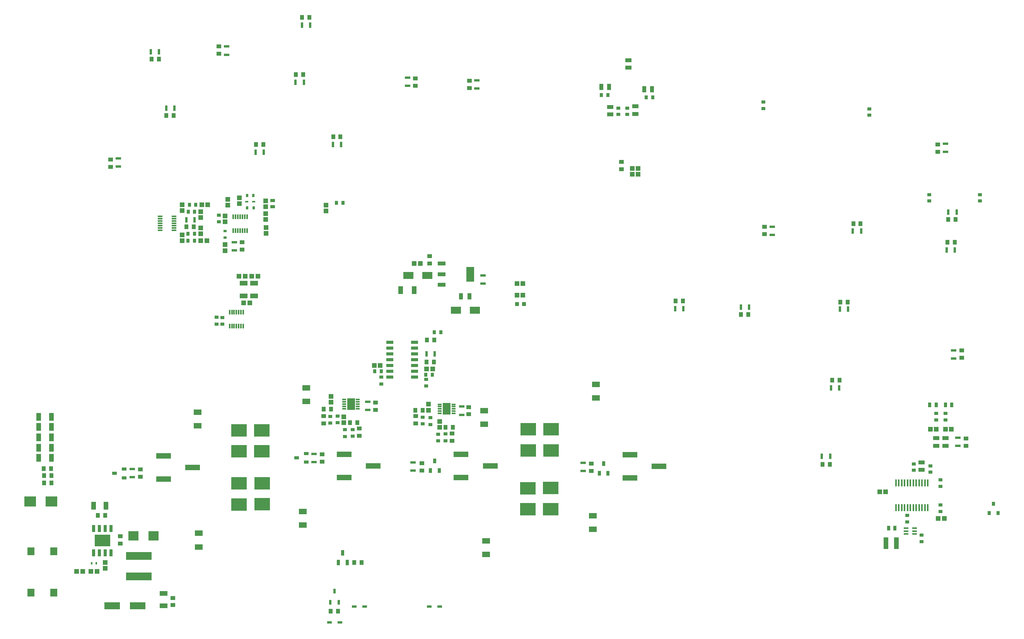
<source format=gbr>
%TF.GenerationSoftware,KiCad,Pcbnew,8.0.8*%
%TF.CreationDate,2025-05-17T22:55:18-04:00*%
%TF.ProjectId,amp board,616d7020-626f-4617-9264-2e6b69636164,rev?*%
%TF.SameCoordinates,Original*%
%TF.FileFunction,Paste,Bot*%
%TF.FilePolarity,Positive*%
%FSLAX46Y46*%
G04 Gerber Fmt 4.6, Leading zero omitted, Abs format (unit mm)*
G04 Created by KiCad (PCBNEW 8.0.8) date 2025-05-17 22:55:18*
%MOMM*%
%LPD*%
G01*
G04 APERTURE LIST*
%ADD10R,0.900000X1.000000*%
%ADD11R,0.650000X1.200000*%
%ADD12R,0.750000X0.940000*%
%ADD13R,1.700000X1.150000*%
%ADD14R,0.940000X0.750000*%
%ADD15R,1.470000X0.970000*%
%ADD16R,3.300000X1.190000*%
%ADD17R,1.000000X0.950000*%
%ADD18R,0.650000X0.900000*%
%ADD19R,0.600000X1.250000*%
%ADD20R,0.450000X0.600000*%
%ADD21R,0.950000X1.000000*%
%ADD22R,1.100000X1.000000*%
%ADD23R,0.600000X1.000000*%
%ADD24R,0.900000X0.650000*%
%ADD25R,0.600000X0.700000*%
%ADD26R,1.000000X1.100000*%
%ADD27R,0.650000X1.100000*%
%ADD28R,1.250000X0.600000*%
%ADD29R,0.950000X1.400000*%
%ADD30R,1.000000X0.900000*%
%ADD31R,2.250000X1.600000*%
%ADD32R,0.700000X0.600000*%
%ADD33R,3.350000X2.700000*%
%ADD34R,1.070000X1.820000*%
%ADD35R,0.800000X0.900000*%
%ADD36R,0.700000X1.650000*%
%ADD37R,3.500000X2.600000*%
%ADD38R,1.820000X1.070000*%
%ADD39R,0.300000X1.075000*%
%ADD40R,1.100000X0.650000*%
%ADD41R,5.700000X1.700000*%
%ADD42R,0.950000X0.950000*%
%ADD43R,0.850000X0.300000*%
%ADD44R,1.750000X2.500000*%
%ADD45R,0.435000X1.500000*%
%ADD46R,0.970000X1.470000*%
%ADD47R,1.750000X0.950000*%
%ADD48R,1.750000X3.200000*%
%ADD49R,1.015000X2.540000*%
%ADD50R,0.780000X0.980000*%
%ADD51R,3.500000X1.600000*%
%ADD52R,2.200000X2.150000*%
%ADD53R,0.675000X1.000000*%
%ADD54R,1.075000X0.300000*%
%ADD55R,1.525000X0.650000*%
%ADD56R,0.980000X0.780000*%
%ADD57R,0.640000X0.420000*%
%ADD58R,1.085000X0.550000*%
%ADD59R,1.050000X0.400000*%
%ADD60R,1.050000X1.800000*%
%ADD61R,2.500000X2.200000*%
%ADD62R,1.650000X1.700000*%
G04 APERTURE END LIST*
D10*
%TO.C,R58*%
X282765800Y-307111600D03*
X281165800Y-307111600D03*
%TD*%
D11*
%TO.C,Q6*%
X278607800Y-305011600D03*
X277647800Y-307111600D03*
X279567800Y-307111600D03*
%TD*%
D12*
%TO.C,C61*%
X246140600Y-235051800D03*
X244740600Y-235051800D03*
%TD*%
D13*
%TO.C,R242*%
X270646400Y-271819400D03*
X270646400Y-268819400D03*
%TD*%
D14*
%TO.C,C116*%
X418084400Y-226477800D03*
X418084400Y-227877800D03*
%TD*%
D15*
%TO.C,C205*%
X342705400Y-207120000D03*
X342705400Y-208780000D03*
%TD*%
D16*
%TO.C,VR6*%
X341472400Y-288557800D03*
X347872400Y-286017800D03*
X341472400Y-283477800D03*
%TD*%
D17*
%TO.C,C229*%
X332988400Y-285415400D03*
X332988400Y-287015400D03*
%TD*%
D18*
%TO.C,R237*%
X285604800Y-265214000D03*
X287054800Y-265214000D03*
%TD*%
D19*
%TO.C,C235*%
X238390400Y-195148400D03*
X236590400Y-195148400D03*
%TD*%
D20*
%TO.C,C124*%
X223668200Y-307256000D03*
X224618200Y-307256000D03*
%TD*%
D21*
%TO.C,C107*%
X387377600Y-267088000D03*
X385777600Y-267088000D03*
%TD*%
D22*
%TO.C,R38*%
X248834600Y-236575800D03*
X247534600Y-236575800D03*
%TD*%
D21*
%TO.C,C239*%
X238344400Y-196774000D03*
X236744400Y-196774000D03*
%TD*%
D14*
%TO.C,C150*%
X405333600Y-302503000D03*
X405333600Y-301103000D03*
%TD*%
D21*
%TO.C,C90*%
X391998400Y-232816600D03*
X390398400Y-232816600D03*
%TD*%
D12*
%TO.C,C207*%
X278651000Y-228295400D03*
X277251000Y-228295400D03*
%TD*%
D23*
%TO.C,Q5*%
X276809600Y-313379200D03*
X275854600Y-315779200D03*
X277764600Y-315779200D03*
%TD*%
D21*
%TO.C,C117*%
X353060200Y-249758400D03*
X351460200Y-249758400D03*
%TD*%
D24*
%TO.C,R33*%
X252290600Y-253377058D03*
X252290600Y-254827058D03*
%TD*%
D14*
%TO.C,C1*%
X402234800Y-298159600D03*
X402234800Y-296759600D03*
%TD*%
D12*
%TO.C,C57*%
X246202600Y-230225800D03*
X244802600Y-230225800D03*
%TD*%
D21*
%TO.C,C195*%
X214795400Y-289611000D03*
X213195400Y-289611000D03*
%TD*%
D25*
%TO.C,D64*%
X257669200Y-226695200D03*
X259069200Y-226695200D03*
%TD*%
D24*
%TO.C,R16*%
X280772000Y-277989400D03*
X280772000Y-279439400D03*
%TD*%
D21*
%TO.C,C240*%
X269676000Y-187645000D03*
X271276000Y-187645000D03*
%TD*%
D17*
%TO.C,C233*%
X294613600Y-274996600D03*
X294613600Y-276596600D03*
%TD*%
D24*
%TO.C,R151*%
X408547200Y-275825000D03*
X408547200Y-274375000D03*
%TD*%
D26*
%TO.C,R222*%
X274938000Y-228778000D03*
X274938000Y-230078000D03*
%TD*%
D27*
%TO.C,Q24*%
X299718600Y-286942600D03*
X297798600Y-286942600D03*
X298758600Y-284842600D03*
%TD*%
D24*
%TO.C,R29*%
X297815400Y-275373200D03*
X297815400Y-276823200D03*
%TD*%
D28*
%TO.C,C265*%
X229443200Y-220341400D03*
X229443200Y-218541400D03*
%TD*%
D21*
%TO.C,C214*%
X296980598Y-263139600D03*
X298580598Y-263139600D03*
%TD*%
%TO.C,C122*%
X226631800Y-296773800D03*
X225031800Y-296773800D03*
%TD*%
D26*
%TO.C,R42*%
X247534600Y-231495800D03*
X247534600Y-230195800D03*
%TD*%
%TO.C,R335*%
X276028600Y-270672600D03*
X276028600Y-271972600D03*
%TD*%
D28*
%TO.C,C230*%
X331210400Y-285233800D03*
X331210400Y-287033800D03*
%TD*%
D22*
%TO.C,R36*%
X257234600Y-244311458D03*
X255934600Y-244311458D03*
%TD*%
D26*
%TO.C,R337*%
X297383600Y-272410600D03*
X297383600Y-273710600D03*
%TD*%
D28*
%TO.C,C218*%
X272356400Y-283257400D03*
X272356400Y-285057400D03*
%TD*%
D29*
%TO.C,R325*%
X306391400Y-248755000D03*
X304491400Y-248755000D03*
%TD*%
D15*
%TO.C,C202*%
X337179400Y-207250000D03*
X337179400Y-208910000D03*
%TD*%
D16*
%TO.C,VR3*%
X239354400Y-288785400D03*
X245754400Y-286245400D03*
X239354400Y-283705400D03*
%TD*%
D22*
%TO.C,R228*%
X298280598Y-264663600D03*
X296980598Y-264663600D03*
%TD*%
D30*
%TO.C,R57*%
X339598400Y-219291200D03*
X339598400Y-220891200D03*
%TD*%
D17*
%TO.C,C223*%
X274447400Y-274968000D03*
X274447400Y-276568000D03*
%TD*%
D31*
%TO.C,D82*%
X293007400Y-244184600D03*
X297107400Y-244184600D03*
%TD*%
D13*
%TO.C,R235*%
X247075200Y-303671000D03*
X247075200Y-300671000D03*
%TD*%
D32*
%TO.C,D53*%
X252864000Y-235859700D03*
X252864000Y-234459700D03*
%TD*%
D28*
%TO.C,C53*%
X253162200Y-194008600D03*
X253162200Y-195808600D03*
%TD*%
D12*
%TO.C,C206*%
X345053400Y-205156000D03*
X346453400Y-205156000D03*
%TD*%
D26*
%TO.C,R283*%
X253441600Y-228767600D03*
X253441600Y-227467600D03*
%TD*%
D33*
%TO.C,R251*%
X319135000Y-290803200D03*
X319135000Y-295403200D03*
%TD*%
D22*
%TO.C,R324*%
X294265400Y-241519000D03*
X295565400Y-241519000D03*
%TD*%
D19*
%TO.C,C236*%
X269661200Y-189331800D03*
X271461200Y-189331800D03*
%TD*%
%TO.C,C253*%
X268289600Y-201828600D03*
X270089600Y-201828600D03*
%TD*%
D22*
%TO.C,R34*%
X256950600Y-250153458D03*
X258250600Y-250153458D03*
%TD*%
D21*
%TO.C,C255*%
X259631000Y-215477800D03*
X261231000Y-215477800D03*
%TD*%
%TO.C,C231*%
X296137600Y-273710600D03*
X294537600Y-273710600D03*
%TD*%
D22*
%TO.C,R327*%
X316759400Y-245961000D03*
X318059400Y-245961000D03*
%TD*%
D18*
%TO.C,R31*%
X300129000Y-256616400D03*
X298679000Y-256616400D03*
%TD*%
D34*
%TO.C,C190*%
X212048200Y-275133000D03*
X214808200Y-275133000D03*
%TD*%
D26*
%TO.C,R287*%
X256007000Y-227162800D03*
X256007000Y-228462800D03*
%TD*%
D35*
%TO.C,D24*%
X422072200Y-296215000D03*
X420172200Y-296215000D03*
X421122200Y-294215000D03*
%TD*%
D19*
%TO.C,C237*%
X276468600Y-215488850D03*
X278268600Y-215488850D03*
%TD*%
D34*
%TO.C,C191*%
X212048200Y-277393600D03*
X214808200Y-277393600D03*
%TD*%
D17*
%TO.C,C51*%
X251536600Y-193954600D03*
X251536600Y-195554600D03*
%TD*%
D21*
%TO.C,C285*%
X412610600Y-236891600D03*
X411010600Y-236891600D03*
%TD*%
D34*
%TO.C,C192*%
X212048200Y-279654200D03*
X214808200Y-279654200D03*
%TD*%
D28*
%TO.C,C219*%
X284105600Y-271871000D03*
X284105600Y-273671000D03*
%TD*%
D26*
%TO.C,R123*%
X343281400Y-222026200D03*
X343281400Y-220726200D03*
%TD*%
D17*
%TO.C,C273*%
X297597400Y-241519000D03*
X297597400Y-239919000D03*
%TD*%
D36*
%TO.C,IC30*%
X227913000Y-304960600D03*
X226643000Y-304960600D03*
X225373000Y-304960600D03*
X224103000Y-304960600D03*
X224103000Y-299610600D03*
X225373000Y-299610600D03*
X226643000Y-299610600D03*
X227913000Y-299610600D03*
D37*
X226008000Y-302285600D03*
%TD*%
D33*
%TO.C,R239*%
X255939800Y-289761800D03*
X255939800Y-294361800D03*
%TD*%
D26*
%TO.C,R267*%
X252864000Y-238734100D03*
X252864000Y-237434100D03*
%TD*%
D33*
%TO.C,R241*%
X260969000Y-289711000D03*
X260969000Y-294311000D03*
%TD*%
D13*
%TO.C,R234*%
X246872000Y-274128000D03*
X246872000Y-277128000D03*
%TD*%
D24*
%TO.C,R27*%
X279095600Y-279451000D03*
X279095600Y-278001000D03*
%TD*%
D13*
%TO.C,R254*%
X334044800Y-271057400D03*
X334044800Y-268057400D03*
%TD*%
D12*
%TO.C,C201*%
X336671400Y-204648000D03*
X335271400Y-204648000D03*
%TD*%
D22*
%TO.C,R148*%
X410579200Y-277894000D03*
X411879200Y-277894000D03*
%TD*%
D17*
%TO.C,C242*%
X256565800Y-236893400D03*
X256565800Y-238493400D03*
%TD*%
D38*
%TO.C,C49*%
X256950600Y-248629458D03*
X256950600Y-245869458D03*
%TD*%
D33*
%TO.C,R238*%
X255889000Y-278128600D03*
X255889000Y-282728600D03*
%TD*%
D39*
%TO.C,IC49*%
X257642000Y-234375700D03*
X257142000Y-234375700D03*
X256642000Y-234375700D03*
X256142000Y-234375700D03*
X255642000Y-234375700D03*
X255142000Y-234375700D03*
X254642000Y-234375700D03*
X254642000Y-231299700D03*
X255142000Y-231299700D03*
X255642000Y-231299700D03*
X256142000Y-231299700D03*
X256642000Y-231299700D03*
X257142000Y-231299700D03*
X257642000Y-231299700D03*
%TD*%
D14*
%TO.C,C156*%
X403658200Y-285492350D03*
X403658200Y-286892350D03*
%TD*%
D28*
%TO.C,C288*%
X372683600Y-233526800D03*
X372683600Y-235326800D03*
%TD*%
D13*
%TO.C,R243*%
X269859000Y-295895800D03*
X269859000Y-298895800D03*
%TD*%
D22*
%TO.C,R119*%
X220364400Y-309034000D03*
X221664400Y-309034000D03*
%TD*%
D17*
%TO.C,C282*%
X415030800Y-281527000D03*
X415030800Y-279927000D03*
%TD*%
D40*
%TO.C,Q18*%
X230768400Y-286611400D03*
X230768400Y-288531400D03*
X228668400Y-287571400D03*
%TD*%
D15*
%TO.C,C198*%
X341156000Y-198670000D03*
X341156000Y-197010000D03*
%TD*%
D19*
%TO.C,C284*%
X413000800Y-230276600D03*
X411200800Y-230276600D03*
%TD*%
D17*
%TO.C,C127*%
X241452800Y-316441800D03*
X241452800Y-314841800D03*
%TD*%
D34*
%TO.C,C121*%
X226805400Y-294665600D03*
X224045400Y-294665600D03*
%TD*%
D19*
%TO.C,C286*%
X412609000Y-238568000D03*
X410809000Y-238568000D03*
%TD*%
D39*
%TO.C,IC18*%
X256838600Y-255295600D03*
X256338600Y-255295600D03*
X255838600Y-255295600D03*
X255338600Y-255295600D03*
X254838600Y-255295600D03*
X254338600Y-255295600D03*
X253838600Y-255295600D03*
X253838600Y-252219600D03*
X254338600Y-252219600D03*
X254838600Y-252219600D03*
X255338600Y-252219600D03*
X255838600Y-252219600D03*
X256338600Y-252219600D03*
X256838600Y-252219600D03*
%TD*%
D21*
%TO.C,C232*%
X301118400Y-277485800D03*
X302718400Y-277485800D03*
%TD*%
D19*
%TO.C,C251*%
X241741600Y-207480000D03*
X239941600Y-207480000D03*
%TD*%
D15*
%TO.C,C154*%
X408547200Y-279858000D03*
X408547200Y-281518000D03*
%TD*%
D22*
%TO.C,R120*%
X223493200Y-309034000D03*
X224793200Y-309034000D03*
%TD*%
D28*
%TO.C,C276*%
X309281400Y-245983000D03*
X309281400Y-244183000D03*
%TD*%
D26*
%TO.C,R266*%
X261823600Y-234975600D03*
X261823600Y-233675600D03*
%TD*%
%TO.C,R279*%
X252864000Y-231127700D03*
X252864000Y-232427700D03*
%TD*%
D28*
%TO.C,C216*%
X232546400Y-286615400D03*
X232546400Y-288415400D03*
%TD*%
D41*
%TO.C,L2*%
X233999400Y-305623600D03*
X233999400Y-310123600D03*
%TD*%
D17*
%TO.C,C220*%
X285755200Y-272049000D03*
X285755200Y-273649000D03*
%TD*%
D26*
%TO.C,R44*%
X247534600Y-233751800D03*
X247534600Y-235051800D03*
%TD*%
D21*
%TO.C,C108*%
X389141000Y-250037800D03*
X387541000Y-250037800D03*
%TD*%
D26*
%TO.C,R48*%
X243470600Y-235275800D03*
X243470600Y-236575800D03*
%TD*%
D14*
%TO.C,C203*%
X338957400Y-207504000D03*
X338957400Y-208904000D03*
%TD*%
D28*
%TO.C,C136*%
X292837000Y-202636400D03*
X292837000Y-200836400D03*
%TD*%
D31*
%TO.C,D83*%
X307521400Y-251803000D03*
X303421400Y-251803000D03*
%TD*%
D21*
%TO.C,C222*%
X280170000Y-276443000D03*
X281770000Y-276443000D03*
%TD*%
%TO.C,C241*%
X276516200Y-213812450D03*
X278116200Y-213812450D03*
%TD*%
D17*
%TO.C,C123*%
X229907000Y-301350600D03*
X229907000Y-302950600D03*
%TD*%
D19*
%TO.C,C109*%
X387321600Y-268783000D03*
X385521600Y-268783000D03*
%TD*%
D24*
%TO.C,R150*%
X410579200Y-275825000D03*
X410579200Y-274375000D03*
%TD*%
D17*
%TO.C,C217*%
X274134400Y-283357400D03*
X274134400Y-284957400D03*
%TD*%
D14*
%TO.C,C17*%
X393869200Y-209051000D03*
X393869200Y-207651000D03*
%TD*%
D33*
%TO.C,R240*%
X260892800Y-278128600D03*
X260892800Y-282728600D03*
%TD*%
D10*
%TO.C,R55*%
X298666200Y-258318200D03*
X297066200Y-258318200D03*
%TD*%
D25*
%TO.C,D57*%
X259077200Y-229379700D03*
X257677200Y-229379700D03*
%TD*%
D17*
%TO.C,C137*%
X294488000Y-202628600D03*
X294488000Y-201028600D03*
%TD*%
D19*
%TO.C,C118*%
X353183200Y-251458000D03*
X351383200Y-251458000D03*
%TD*%
D40*
%TO.C,Q23*%
X270646400Y-283197400D03*
X270646400Y-285117400D03*
X268546400Y-284157400D03*
%TD*%
D14*
%TO.C,C157*%
X409486000Y-288972400D03*
X409486000Y-290372400D03*
%TD*%
D16*
%TO.C,VR4*%
X278892400Y-288493400D03*
X285292400Y-285953400D03*
X278892400Y-283413400D03*
%TD*%
D42*
%TO.C,LED25*%
X318263800Y-250469600D03*
X316763800Y-250469600D03*
%TD*%
D21*
%TO.C,C20*%
X385281400Y-285597800D03*
X383681400Y-285597800D03*
%TD*%
D17*
%TO.C,C224*%
X282270600Y-277713000D03*
X282270600Y-279313000D03*
%TD*%
D19*
%TO.C,C92*%
X392098400Y-234482600D03*
X390298400Y-234482600D03*
%TD*%
D17*
%TO.C,C287*%
X370956400Y-233536400D03*
X370956400Y-235136400D03*
%TD*%
D15*
%TO.C,C158*%
X405347800Y-285133750D03*
X405347800Y-286793750D03*
%TD*%
D26*
%TO.C,R271*%
X261772800Y-231917200D03*
X261772800Y-230617200D03*
%TD*%
D14*
%TO.C,C115*%
X407010000Y-226452400D03*
X407010000Y-227852400D03*
%TD*%
D13*
%TO.C,R255*%
X333359000Y-296835600D03*
X333359000Y-299835600D03*
%TD*%
D43*
%TO.C,U14*%
X281924000Y-271379000D03*
X281924000Y-271879000D03*
X281924000Y-272379000D03*
X281924000Y-272879000D03*
X281924000Y-273379000D03*
X278924000Y-273379000D03*
X278924000Y-272879000D03*
X278924000Y-272379000D03*
X278924000Y-271879000D03*
X278924000Y-271379000D03*
D44*
X280424000Y-272379000D03*
%TD*%
D43*
%TO.C,U15*%
X302872400Y-272421800D03*
X302872400Y-272921800D03*
X302872400Y-273421800D03*
X302872400Y-273921800D03*
X302872400Y-274421800D03*
X299872400Y-274421800D03*
X299872400Y-273921800D03*
X299872400Y-273421800D03*
X299872400Y-272921800D03*
X299872400Y-272421800D03*
D44*
X301372400Y-273421800D03*
%TD*%
D45*
%TO.C,IC36*%
X406705200Y-295072000D03*
X406071200Y-295072000D03*
X405435200Y-295072000D03*
X404801200Y-295072000D03*
X404165200Y-295072000D03*
X403531200Y-295072000D03*
X402895200Y-295072000D03*
X402261200Y-295072000D03*
X401625200Y-295072000D03*
X400991200Y-295072000D03*
X400355200Y-295072000D03*
X399721200Y-295072000D03*
X399721200Y-289672000D03*
X400355200Y-289672000D03*
X400991200Y-289672000D03*
X401625200Y-289672000D03*
X402261200Y-289672000D03*
X402895200Y-289672000D03*
X403531200Y-289672000D03*
X404165200Y-289672000D03*
X404801200Y-289672000D03*
X405435200Y-289672000D03*
X406071200Y-289672000D03*
X406705200Y-289672000D03*
%TD*%
D13*
%TO.C,R249*%
X310041800Y-305347400D03*
X310041800Y-302347400D03*
%TD*%
D46*
%TO.C,C200*%
X336931400Y-202870000D03*
X335271400Y-202870000D03*
%TD*%
D24*
%TO.C,R28*%
X277495400Y-275029200D03*
X277495400Y-276479200D03*
%TD*%
D17*
%TO.C,C234*%
X302565200Y-278778000D03*
X302565200Y-280378000D03*
%TD*%
D21*
%TO.C,C196*%
X214795400Y-288036200D03*
X213195400Y-288036200D03*
%TD*%
D17*
%TO.C,C225*%
X295964600Y-285331000D03*
X295964600Y-286931000D03*
%TD*%
D14*
%TO.C,C152*%
X407290400Y-287287550D03*
X407290400Y-285887550D03*
%TD*%
D22*
%TO.C,R149*%
X408547200Y-277894000D03*
X407247200Y-277894000D03*
%TD*%
D28*
%TO.C,C226*%
X293988600Y-285131000D03*
X293988600Y-286931000D03*
%TD*%
%TO.C,C168*%
X412344000Y-260576400D03*
X412344000Y-262376400D03*
%TD*%
D47*
%TO.C,IC56*%
X300253400Y-246191000D03*
X300253400Y-243891000D03*
X300253400Y-241591000D03*
D48*
X306553400Y-243891000D03*
%TD*%
D28*
%TO.C,C283*%
X413334600Y-281530400D03*
X413334600Y-279730400D03*
%TD*%
D22*
%TO.C,R41*%
X247758600Y-228701800D03*
X249058600Y-228701800D03*
%TD*%
D24*
%TO.C,R32*%
X250979200Y-253360258D03*
X250979200Y-254810258D03*
%TD*%
D21*
%TO.C,C34*%
X412775600Y-231902200D03*
X411175600Y-231902200D03*
%TD*%
D17*
%TO.C,C227*%
X306198400Y-273013800D03*
X306198400Y-274613800D03*
%TD*%
D24*
%TO.C,R231*%
X296875600Y-268399600D03*
X296875600Y-266949600D03*
%TD*%
D27*
%TO.C,Q29*%
X336686400Y-287515400D03*
X334766400Y-287515400D03*
X335726400Y-285415400D03*
%TD*%
D14*
%TO.C,C204*%
X340927400Y-207492000D03*
X340927400Y-208892000D03*
%TD*%
D22*
%TO.C,R147*%
X397477400Y-291635400D03*
X396177400Y-291635400D03*
%TD*%
D49*
%TO.C,L3*%
X399796400Y-302844400D03*
X397510400Y-302844400D03*
%TD*%
D17*
%TO.C,C177*%
X408858400Y-217081200D03*
X408858400Y-215481200D03*
%TD*%
D50*
%TO.C,C162*%
X411979200Y-272560000D03*
X410579200Y-272560000D03*
%TD*%
D34*
%TO.C,C194*%
X212048200Y-284175400D03*
X214808200Y-284175400D03*
%TD*%
D14*
%TO.C,C155*%
X409486000Y-295884200D03*
X409486000Y-294484200D03*
%TD*%
D26*
%TO.C,R336*%
X299862400Y-277469800D03*
X299862400Y-276169800D03*
%TD*%
D18*
%TO.C,R229*%
X298213598Y-265933600D03*
X296763598Y-265933600D03*
%TD*%
D24*
%TO.C,R236*%
X287054800Y-267934000D03*
X287054800Y-266484000D03*
%TD*%
D46*
%TO.C,C208*%
X344669400Y-203378000D03*
X346329400Y-203378000D03*
%TD*%
D26*
%TO.C,R275*%
X261772800Y-229123200D03*
X261772800Y-227823200D03*
%TD*%
D28*
%TO.C,C238*%
X254914800Y-236895000D03*
X254914800Y-238695000D03*
%TD*%
D12*
%TO.C,C59*%
X246140600Y-236575800D03*
X244740600Y-236575800D03*
%TD*%
D24*
%TO.C,R15*%
X275895200Y-275093800D03*
X275895200Y-276543800D03*
%TD*%
D17*
%TO.C,C167*%
X414122000Y-260638400D03*
X414122000Y-262238400D03*
%TD*%
D51*
%TO.C,C125*%
X233718600Y-316611200D03*
X228118600Y-316611200D03*
%TD*%
D22*
%TO.C,R35*%
X258728600Y-244311458D03*
X260028600Y-244311458D03*
%TD*%
D52*
%TO.C,D17*%
X232790000Y-301269600D03*
X237190000Y-301269600D03*
%TD*%
D53*
%TO.C,L1*%
X398143800Y-299542400D03*
X399467800Y-299542400D03*
%TD*%
D54*
%TO.C,IC20*%
X241672742Y-231265800D03*
X241672742Y-231765800D03*
X241672742Y-232265800D03*
X241672742Y-232765800D03*
X241672742Y-233265800D03*
X241672742Y-233765800D03*
X241672742Y-234265800D03*
X238596742Y-234265800D03*
X238596742Y-233765800D03*
X238596742Y-233265800D03*
X238596742Y-232765800D03*
X238596742Y-232265800D03*
X238596742Y-231765800D03*
X238596742Y-231265800D03*
%TD*%
D15*
%TO.C,C153*%
X410579200Y-279858000D03*
X410579200Y-281518000D03*
%TD*%
D19*
%TO.C,C54*%
X244382458Y-232003800D03*
X246182458Y-232003800D03*
%TD*%
D55*
%TO.C,IC45*%
X294338800Y-258864000D03*
X294338800Y-260134000D03*
X294338800Y-261404000D03*
X294338800Y-262674000D03*
X294338800Y-263944000D03*
X294338800Y-265214000D03*
X294338800Y-266484000D03*
X288914800Y-266484000D03*
X288914800Y-265214000D03*
X288914800Y-263944000D03*
X288914800Y-262674000D03*
X288914800Y-261404000D03*
X288914800Y-260134000D03*
X288914800Y-258864000D03*
%TD*%
D14*
%TO.C,C250*%
X251468400Y-232383300D03*
X251468400Y-230983300D03*
%TD*%
D56*
%TO.C,C247*%
X263272800Y-229150400D03*
X263272800Y-227750400D03*
%TD*%
D24*
%TO.C,R25*%
X301117400Y-278929200D03*
X301117400Y-280379200D03*
%TD*%
D26*
%TO.C,R334*%
X278876000Y-276457000D03*
X278876000Y-275157000D03*
%TD*%
D22*
%TO.C,R347*%
X316748800Y-248513800D03*
X318048800Y-248513800D03*
%TD*%
D17*
%TO.C,C215*%
X234324400Y-286715400D03*
X234324400Y-288315400D03*
%TD*%
D21*
%TO.C,C99*%
X365786800Y-252766800D03*
X367386800Y-252766800D03*
%TD*%
%TO.C,C254*%
X241579600Y-209118400D03*
X239979600Y-209118400D03*
%TD*%
D22*
%TO.C,R146*%
X410301600Y-297408800D03*
X409001600Y-297408800D03*
%TD*%
D34*
%TO.C,C193*%
X212048200Y-281914800D03*
X214808200Y-281914800D03*
%TD*%
D38*
%TO.C,C126*%
X239420800Y-316585800D03*
X239420800Y-313825800D03*
%TD*%
D50*
%TO.C,C161*%
X407147200Y-272560000D03*
X408547200Y-272560000D03*
%TD*%
D16*
%TO.C,VR5*%
X304504600Y-288455000D03*
X310904600Y-285915000D03*
X304504600Y-283375000D03*
%TD*%
D21*
%TO.C,C256*%
X268340400Y-200145600D03*
X269940400Y-200145600D03*
%TD*%
D33*
%TO.C,R250*%
X319236600Y-277900000D03*
X319236600Y-282500000D03*
%TD*%
D26*
%TO.C,R124*%
X341986000Y-222011200D03*
X341986000Y-220711200D03*
%TD*%
D12*
%TO.C,C56*%
X246456600Y-228701800D03*
X245056600Y-228701800D03*
%TD*%
D28*
%TO.C,C228*%
X304674400Y-272913800D03*
X304674400Y-274713800D03*
%TD*%
D38*
%TO.C,C50*%
X259236600Y-245869458D03*
X259236600Y-248629458D03*
%TD*%
D33*
%TO.C,R252*%
X324189600Y-277900000D03*
X324189600Y-282500000D03*
%TD*%
D57*
%TO.C,D65*%
X257630900Y-228016000D03*
X259130900Y-228016000D03*
%TD*%
D58*
%TO.C,D1*%
X277978000Y-320243400D03*
X275698000Y-320243400D03*
%TD*%
D59*
%TO.C,IC35*%
X401919800Y-300852800D03*
X401919800Y-300202800D03*
X401919800Y-299552800D03*
X403819800Y-299552800D03*
X403819800Y-300202800D03*
X403819800Y-300852800D03*
%TD*%
D28*
%TO.C,C130*%
X307950000Y-203198600D03*
X307950000Y-201398600D03*
%TD*%
D19*
%TO.C,C21*%
X385318400Y-283819800D03*
X383518400Y-283819800D03*
%TD*%
D13*
%TO.C,R248*%
X309610000Y-273797800D03*
X309610000Y-276797800D03*
%TD*%
D60*
%TO.C,R326*%
X291286600Y-247410400D03*
X294286600Y-247410400D03*
%TD*%
D28*
%TO.C,C178*%
X410616800Y-217130400D03*
X410616800Y-215330400D03*
%TD*%
D10*
%TO.C,R56*%
X275958800Y-317779600D03*
X277558800Y-317779600D03*
%TD*%
D17*
%TO.C,C264*%
X227758800Y-220354400D03*
X227758800Y-218754400D03*
%TD*%
D26*
%TO.C,R46*%
X243470600Y-229971800D03*
X243470600Y-228671800D03*
%TD*%
%TO.C,R349*%
X226617400Y-308399000D03*
X226617400Y-307099000D03*
%TD*%
D33*
%TO.C,R253*%
X324164200Y-290777800D03*
X324164200Y-295377800D03*
%TD*%
D24*
%TO.C,R30*%
X299517200Y-280430000D03*
X299517200Y-278980000D03*
%TD*%
D14*
%TO.C,C24*%
X370738800Y-207583200D03*
X370738800Y-206183200D03*
%TD*%
D21*
%TO.C,C52*%
X244404458Y-233527800D03*
X246004458Y-233527800D03*
%TD*%
%TO.C,C221*%
X276053800Y-273471200D03*
X274453800Y-273471200D03*
%TD*%
D19*
%TO.C,C111*%
X389241000Y-251561800D03*
X387441000Y-251561800D03*
%TD*%
D17*
%TO.C,C131*%
X306349800Y-203149400D03*
X306349800Y-201549400D03*
%TD*%
D19*
%TO.C,C213*%
X296980598Y-261361600D03*
X298780598Y-261361600D03*
%TD*%
D58*
%TO.C,D19*%
X299872600Y-316728900D03*
X297592600Y-316728900D03*
%TD*%
D22*
%TO.C,R233*%
X286800800Y-263944000D03*
X285500800Y-263944000D03*
%TD*%
D19*
%TO.C,C104*%
X365763800Y-251130000D03*
X367563800Y-251130000D03*
%TD*%
D24*
%TO.C,R26*%
X296139000Y-275246200D03*
X296139000Y-276696200D03*
%TD*%
D61*
%TO.C,IC40*%
X210164400Y-293702000D03*
X214864400Y-293702000D03*
%TD*%
D58*
%TO.C,D84*%
X283433000Y-316778500D03*
X281153000Y-316778500D03*
%TD*%
D19*
%TO.C,C252*%
X259555000Y-217178200D03*
X261355000Y-217178200D03*
%TD*%
D21*
%TO.C,C197*%
X214770000Y-286486800D03*
X213170000Y-286486800D03*
%TD*%
D62*
%TO.C,BR1*%
X210316200Y-304615600D03*
X215316200Y-304615600D03*
X215316200Y-313715600D03*
X210316200Y-313715600D03*
%TD*%
M02*

</source>
